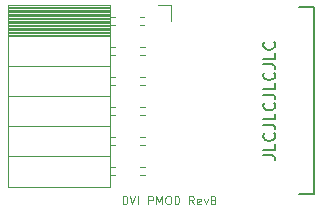
<source format=gbr>
G04 #@! TF.GenerationSoftware,KiCad,Pcbnew,5.99.0-unknown-8eca23aabe~115~ubuntu20.04.1*
G04 #@! TF.CreationDate,2021-02-02T12:21:53+00:00*
G04 #@! TF.ProjectId,dvi_pmod,6476695f-706d-46f6-942e-6b696361645f,rev?*
G04 #@! TF.SameCoordinates,Original*
G04 #@! TF.FileFunction,Legend,Top*
G04 #@! TF.FilePolarity,Positive*
%FSLAX46Y46*%
G04 Gerber Fmt 4.6, Leading zero omitted, Abs format (unit mm)*
G04 Created by KiCad (PCBNEW 5.99.0-unknown-8eca23aabe~115~ubuntu20.04.1) date 2021-02-02 12:21:53*
%MOMM*%
%LPD*%
G01*
G04 APERTURE LIST*
%ADD10C,0.150000*%
%ADD11C,0.120000*%
G04 APERTURE END LIST*
D10*
X140402380Y-81369047D02*
X141116666Y-81369047D01*
X141259523Y-81416666D01*
X141354761Y-81511904D01*
X141402380Y-81654761D01*
X141402380Y-81750000D01*
X141402380Y-80416666D02*
X141402380Y-80892857D01*
X140402380Y-80892857D01*
X141307142Y-79511904D02*
X141354761Y-79559523D01*
X141402380Y-79702380D01*
X141402380Y-79797619D01*
X141354761Y-79940476D01*
X141259523Y-80035714D01*
X141164285Y-80083333D01*
X140973809Y-80130952D01*
X140830952Y-80130952D01*
X140640476Y-80083333D01*
X140545238Y-80035714D01*
X140450000Y-79940476D01*
X140402380Y-79797619D01*
X140402380Y-79702380D01*
X140450000Y-79559523D01*
X140497619Y-79511904D01*
X140402380Y-78797619D02*
X141116666Y-78797619D01*
X141259523Y-78845238D01*
X141354761Y-78940476D01*
X141402380Y-79083333D01*
X141402380Y-79178571D01*
X141402380Y-77845238D02*
X141402380Y-78321428D01*
X140402380Y-78321428D01*
X141307142Y-76940476D02*
X141354761Y-76988095D01*
X141402380Y-77130952D01*
X141402380Y-77226190D01*
X141354761Y-77369047D01*
X141259523Y-77464285D01*
X141164285Y-77511904D01*
X140973809Y-77559523D01*
X140830952Y-77559523D01*
X140640476Y-77511904D01*
X140545238Y-77464285D01*
X140450000Y-77369047D01*
X140402380Y-77226190D01*
X140402380Y-77130952D01*
X140450000Y-76988095D01*
X140497619Y-76940476D01*
X140402380Y-76226190D02*
X141116666Y-76226190D01*
X141259523Y-76273809D01*
X141354761Y-76369047D01*
X141402380Y-76511904D01*
X141402380Y-76607142D01*
X141402380Y-75273809D02*
X141402380Y-75750000D01*
X140402380Y-75750000D01*
X141307142Y-74369047D02*
X141354761Y-74416666D01*
X141402380Y-74559523D01*
X141402380Y-74654761D01*
X141354761Y-74797619D01*
X141259523Y-74892857D01*
X141164285Y-74940476D01*
X140973809Y-74988095D01*
X140830952Y-74988095D01*
X140640476Y-74940476D01*
X140545238Y-74892857D01*
X140450000Y-74797619D01*
X140402380Y-74654761D01*
X140402380Y-74559523D01*
X140450000Y-74416666D01*
X140497619Y-74369047D01*
X140402380Y-73654761D02*
X141116666Y-73654761D01*
X141259523Y-73702380D01*
X141354761Y-73797619D01*
X141402380Y-73940476D01*
X141402380Y-74035714D01*
X141402380Y-72702380D02*
X141402380Y-73178571D01*
X140402380Y-73178571D01*
X141307142Y-71797619D02*
X141354761Y-71845238D01*
X141402380Y-71988095D01*
X141402380Y-72083333D01*
X141354761Y-72226190D01*
X141259523Y-72321428D01*
X141164285Y-72369047D01*
X140973809Y-72416666D01*
X140830952Y-72416666D01*
X140640476Y-72369047D01*
X140545238Y-72321428D01*
X140450000Y-72226190D01*
X140402380Y-72083333D01*
X140402380Y-71988095D01*
X140450000Y-71845238D01*
X140497619Y-71797619D01*
D11*
X128483333Y-85516666D02*
X128483333Y-84816666D01*
X128650000Y-84816666D01*
X128750000Y-84850000D01*
X128816666Y-84916666D01*
X128850000Y-84983333D01*
X128883333Y-85116666D01*
X128883333Y-85216666D01*
X128850000Y-85350000D01*
X128816666Y-85416666D01*
X128750000Y-85483333D01*
X128650000Y-85516666D01*
X128483333Y-85516666D01*
X129083333Y-84816666D02*
X129316666Y-85516666D01*
X129550000Y-84816666D01*
X129783333Y-85516666D02*
X129783333Y-84816666D01*
X130650000Y-85516666D02*
X130650000Y-84816666D01*
X130916666Y-84816666D01*
X130983333Y-84850000D01*
X131016666Y-84883333D01*
X131050000Y-84950000D01*
X131050000Y-85050000D01*
X131016666Y-85116666D01*
X130983333Y-85150000D01*
X130916666Y-85183333D01*
X130650000Y-85183333D01*
X131350000Y-85516666D02*
X131350000Y-84816666D01*
X131583333Y-85316666D01*
X131816666Y-84816666D01*
X131816666Y-85516666D01*
X132283333Y-84816666D02*
X132416666Y-84816666D01*
X132483333Y-84850000D01*
X132550000Y-84916666D01*
X132583333Y-85050000D01*
X132583333Y-85283333D01*
X132550000Y-85416666D01*
X132483333Y-85483333D01*
X132416666Y-85516666D01*
X132283333Y-85516666D01*
X132216666Y-85483333D01*
X132150000Y-85416666D01*
X132116666Y-85283333D01*
X132116666Y-85050000D01*
X132150000Y-84916666D01*
X132216666Y-84850000D01*
X132283333Y-84816666D01*
X132883333Y-85516666D02*
X132883333Y-84816666D01*
X133050000Y-84816666D01*
X133150000Y-84850000D01*
X133216666Y-84916666D01*
X133250000Y-84983333D01*
X133283333Y-85116666D01*
X133283333Y-85216666D01*
X133250000Y-85350000D01*
X133216666Y-85416666D01*
X133150000Y-85483333D01*
X133050000Y-85516666D01*
X132883333Y-85516666D01*
X134516666Y-85516666D02*
X134283333Y-85183333D01*
X134116666Y-85516666D02*
X134116666Y-84816666D01*
X134383333Y-84816666D01*
X134450000Y-84850000D01*
X134483333Y-84883333D01*
X134516666Y-84950000D01*
X134516666Y-85050000D01*
X134483333Y-85116666D01*
X134450000Y-85150000D01*
X134383333Y-85183333D01*
X134116666Y-85183333D01*
X135083333Y-85483333D02*
X135016666Y-85516666D01*
X134883333Y-85516666D01*
X134816666Y-85483333D01*
X134783333Y-85416666D01*
X134783333Y-85150000D01*
X134816666Y-85083333D01*
X134883333Y-85050000D01*
X135016666Y-85050000D01*
X135083333Y-85083333D01*
X135116666Y-85150000D01*
X135116666Y-85216666D01*
X134783333Y-85283333D01*
X135350000Y-85050000D02*
X135516666Y-85516666D01*
X135683333Y-85050000D01*
X136183333Y-85150000D02*
X136283333Y-85183333D01*
X136316666Y-85216666D01*
X136350000Y-85283333D01*
X136350000Y-85383333D01*
X136316666Y-85450000D01*
X136283333Y-85483333D01*
X136216666Y-85516666D01*
X135950000Y-85516666D01*
X135950000Y-84816666D01*
X136183333Y-84816666D01*
X136250000Y-84850000D01*
X136283333Y-84883333D01*
X136316666Y-84950000D01*
X136316666Y-85016666D01*
X136283333Y-85083333D01*
X136250000Y-85116666D01*
X136183333Y-85150000D01*
X135950000Y-85150000D01*
X127445000Y-83060000D02*
X127855000Y-83060000D01*
X118815000Y-70089045D02*
X127445000Y-70089045D01*
X118815000Y-76350000D02*
X127445000Y-76350000D01*
X127445000Y-80520000D02*
X127855000Y-80520000D01*
X118815000Y-84030000D02*
X127445000Y-84030000D01*
X127445000Y-72900000D02*
X127855000Y-72900000D01*
X118815000Y-69026190D02*
X127445000Y-69026190D01*
X118815000Y-71033805D02*
X127445000Y-71033805D01*
X129955000Y-69640000D02*
X130335000Y-69640000D01*
X127445000Y-82340000D02*
X127855000Y-82340000D01*
X118815000Y-78890000D02*
X127445000Y-78890000D01*
X129955000Y-82340000D02*
X130395000Y-82340000D01*
X118815000Y-70561425D02*
X127445000Y-70561425D01*
X127445000Y-77260000D02*
X127855000Y-77260000D01*
X129955000Y-75440000D02*
X130395000Y-75440000D01*
X129955000Y-79800000D02*
X130395000Y-79800000D01*
X118815000Y-68790000D02*
X127445000Y-68790000D01*
X129955000Y-80520000D02*
X130395000Y-80520000D01*
X118815000Y-71151900D02*
X127445000Y-71151900D01*
X118815000Y-70443330D02*
X127445000Y-70443330D01*
X118815000Y-69498570D02*
X127445000Y-69498570D01*
X129955000Y-74720000D02*
X130395000Y-74720000D01*
X129955000Y-72180000D02*
X130395000Y-72180000D01*
X118815000Y-81430000D02*
X127445000Y-81430000D01*
X118815000Y-69734760D02*
X127445000Y-69734760D01*
X127445000Y-74720000D02*
X127855000Y-74720000D01*
X129955000Y-83060000D02*
X130395000Y-83060000D01*
X131445000Y-68670000D02*
X132555000Y-68670000D01*
X118815000Y-71270000D02*
X127445000Y-71270000D01*
X129955000Y-77980000D02*
X130395000Y-77980000D01*
X127445000Y-79800000D02*
X127855000Y-79800000D01*
X129955000Y-77260000D02*
X130395000Y-77260000D01*
X129955000Y-72900000D02*
X130395000Y-72900000D01*
X127445000Y-69640000D02*
X127855000Y-69640000D01*
X118815000Y-70679520D02*
X127445000Y-70679520D01*
X118815000Y-70915710D02*
X127445000Y-70915710D01*
X118815000Y-70797615D02*
X127445000Y-70797615D01*
X118815000Y-69144285D02*
X127445000Y-69144285D01*
X118815000Y-69380475D02*
X127445000Y-69380475D01*
X127445000Y-77980000D02*
X127855000Y-77980000D01*
X127445000Y-75440000D02*
X127855000Y-75440000D01*
X118815000Y-69616665D02*
X127445000Y-69616665D01*
X118815000Y-70207140D02*
X127445000Y-70207140D01*
X118815000Y-70325235D02*
X127445000Y-70325235D01*
X129955000Y-70360000D02*
X130335000Y-70360000D01*
X127445000Y-70360000D02*
X127855000Y-70360000D01*
X127445000Y-72180000D02*
X127855000Y-72180000D01*
X118815000Y-68908095D02*
X127445000Y-68908095D01*
X118815000Y-68670000D02*
X127445000Y-68670000D01*
X118815000Y-69852855D02*
X127445000Y-69852855D01*
X127445000Y-68670000D02*
X127445000Y-84030000D01*
X118815000Y-68670000D02*
X118815000Y-84030000D01*
X118815000Y-69262380D02*
X127445000Y-69262380D01*
X118815000Y-69970950D02*
X127445000Y-69970950D01*
X132555000Y-68670000D02*
X132555000Y-70000000D01*
X118815000Y-73810000D02*
X127445000Y-73810000D01*
D10*
X144662000Y-68850000D02*
X144662000Y-84650000D01*
X144662000Y-84650000D02*
X143462000Y-84650000D01*
X144662000Y-68850000D02*
X143462000Y-68850000D01*
M02*

</source>
